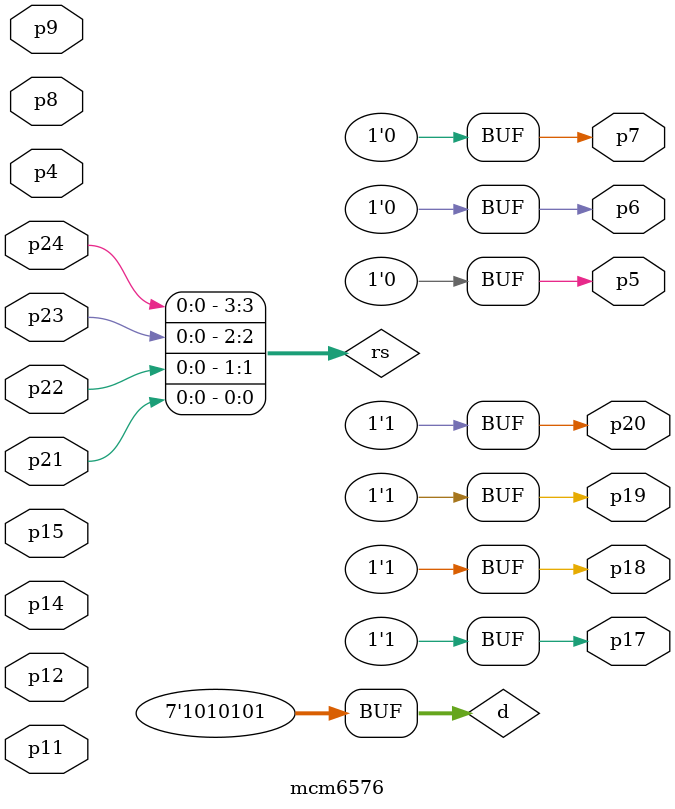
<source format=v>
module mcm6576
  (
   output p17,
   output p7,
   output p18,
   output p6,
   output p19,
   output p5,
   output p20,

   input  p4,
   input  p8,
   input  p9,
   input  p11,
   input  p12,
   input  p14,
   input  p15,

   input  p24,
   input  p23,
   input  p22,
   input  p21
   );

    wire [6:0] d;
    wire [3:0] rs;

    assign rs = {p24, p23, p22, p21};
    assign {p17, p7, p18, p6, p19, p5, p20} = d[6:0];

    // TODO temporary
    assign d = 7'b1010101;


endmodule // mcm6576


</source>
